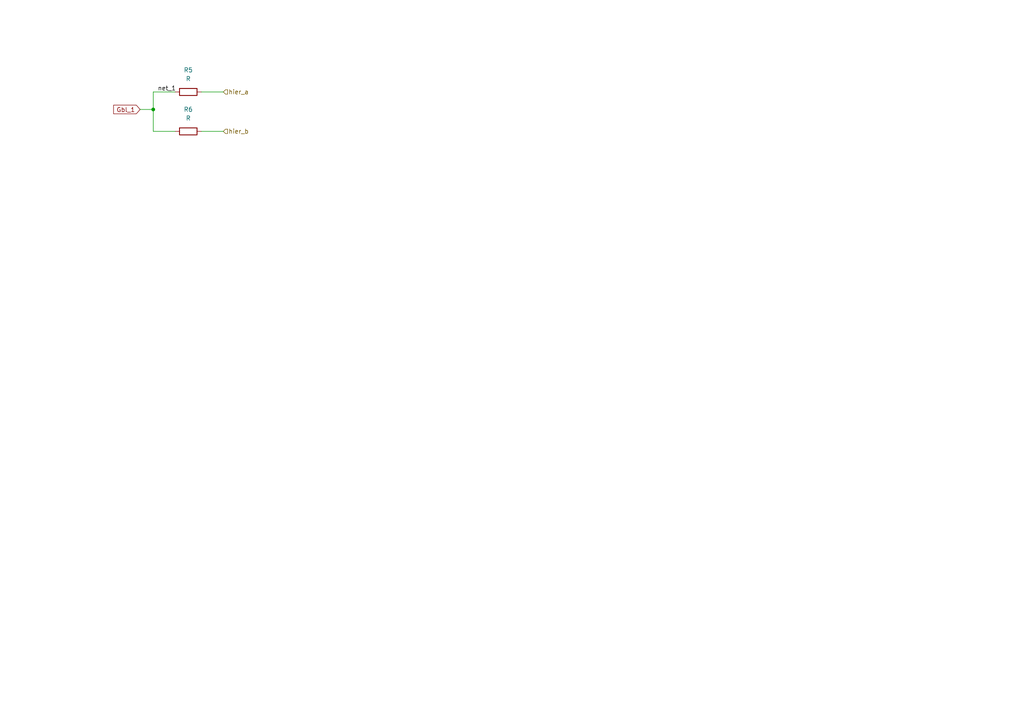
<source format=kicad_sch>
(kicad_sch (version 20211123) (generator eeschema)
  (paper "A4")
  (lib_symbols
    (symbol "Device:R" (pin_numbers hide) (pin_names (offset 0))
      (property "Reference" "R" (at 2.032 0 90))
      (property "Value" "R" (at 0 0 90))
      (symbol "R_0_1"
        (rectangle (start -1.016 -2.54) (end 1.016 2.54) (stroke (width 0.254)))
      )
      (symbol "R_1_1"
        (pin passive line (at 0 3.81 270) (length 1.27) (name "~") (number "1"))
        (pin passive line (at 0 -3.81 90) (length 1.27) (name "~") (number "2"))
      )
    )
  )
  (junction (at 44.45 31.75))
  (wire (pts (xy 44.45 26.67) (xy 44.45 31.75)))
  (wire (pts (xy 44.45 31.75) (xy 44.45 38.1)))
  (wire (pts (xy 44.45 38.1) (xy 50.8 38.1)))
  (wire (pts (xy 58.42 26.67) (xy 64.77 26.67)))
  (wire (pts (xy 50.8 26.67) (xy 44.45 26.67)))
  (wire (pts (xy 58.42 38.1) (xy 64.77 38.1)))
  (wire (pts (xy 40.64 31.75) (xy 44.45 31.75)))
  (label "net_1" (at 45.72 26.67 0))
  (global_label "Gbl_1" (shape input) (at 40.64 31.75 180) (property "Intersheet References" "${INTERSHEET_REFS}" (effects hide)))
  (hierarchical_label "hier_b" (shape input) (at 64.77 38.1 0))
  (hierarchical_label "hier_a" (shape input) (at 64.77 26.67 0))
  (symbol (lib_id "Device:R") (at 54.61 26.67 90) (unit 1)
    (property "Reference" "R5" (at 54.61 20.32 90))
    (property "Value" "R" (at 54.61 22.86 90))
    (property "Footprint" "Resistor_THT:R_Axial_DIN0207_L6.3mm_D2.5mm_P7.62mm_Horizontal" (effects hide))
  )
  (symbol (lib_id "Device:R") (at 54.61 38.1 90) (unit 1)
    (property "Reference" "R6" (at 54.61 31.75 90))
    (property "Value" "R" (at 54.61 34.29 90))
    (property "Footprint" "Resistor_SMD:R_0603_1608Metric_Pad0.98x0.95mm_HandSolder" (effects hide))
  )
)
</source>
